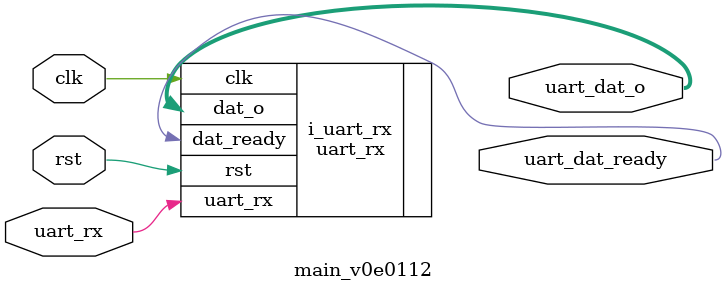
<source format=v>

`default_nettype none

module main #(
 parameter v5bcdac = 12000000,
 parameter v62129e = 115200
) (
 input v01f793,
 input vf8ed91,
 input vf31d3a,
 output [7:0] v701f74
);
 localparam p0 = v5bcdac;
 localparam p1 = v62129e;
 wire w2;
 wire w3;
 wire w4;
 wire w5;
 wire w6;
 wire [0:7] w7;
 wire w8;
 wire [0:7] w9;
 assign w2 = vf31d3a;
 assign w3 = vf8ed91;
 assign w4 = v01f793;
 assign w5 = v01f793;
 assign w6 = vf8ed91;
 assign v701f74 = w7;
 assign w5 = w4;
 assign w6 = w3;
 main_vdacd89 vdacd89 (
  .rst(w5),
  .clk(w6),
  .leds(w7),
  .dat_ready(w8),
  .uart_data(w9)
 );
 main_v0e0112 #(
  .G_FREQ_CLK(p0),
  .G_BAUD(p1)
 ) v0e0112 (
  .uart_rx(w2),
  .clk(w3),
  .rst(w4),
  .uart_dat_ready(w8),
  .uart_dat_o(w9)
 );
endmodule

/*-------------------------------------------------*/
/*--   */
/*-- - - - - - - - - - - - - - - - - - - - - - - --*/
/*-- 
/*-------------------------------------------------*/

module main_vdacd89 (
 input rst,
 input clk,
 input dat_ready,
 input [7:0] uart_data,
 output [7:0] leds
);
   reg [7:0] led;
   
   always @ (posedge rst, posedge clk)
   begin
     if (rst)
       led <= 0;
     else begin
       if (dat_ready)
         led <= uart_data;
     end
   end
   
   assign leds = led;
endmodule

module main_v0e0112 #(
 parameter G_FREQ_CLK = 0,
 parameter G_BAUD = 0
) (
 input rst,
 input clk,
 input uart_rx,
 output uart_dat_ready,
 output [7:0] uart_dat_o
);
 // @include uart_rx.v
 
 uart_rx
 #(.G_FREQ_CLK(G_FREQ_CLK), // board clk frequency
   .G_BAUD (G_BAUD)
 )
 i_uart_rx
 (
       .rst       (rst),
       .clk       (clk),
       .uart_rx   (uart_rx),
       //.receiving (uart_receiving),
       .dat_ready (uart_dat_ready),
       .dat_o     (uart_dat_o)
 );
endmodule

</source>
